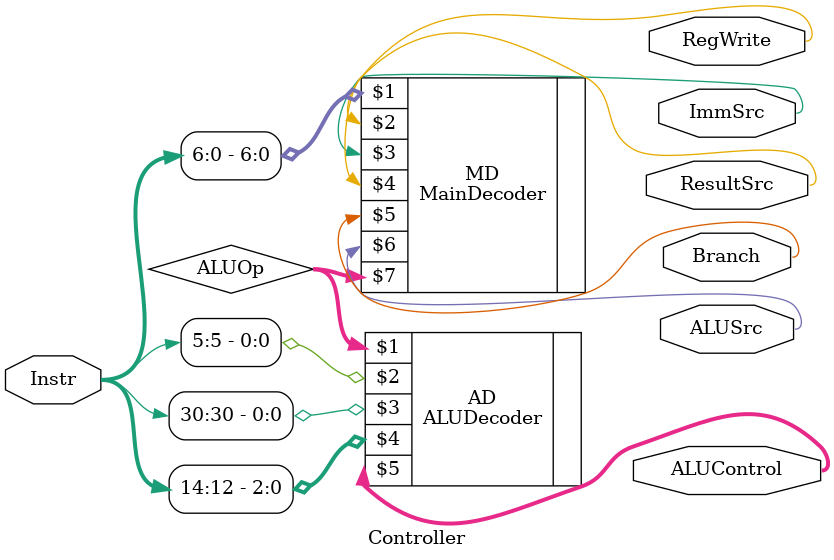
<source format=sv>
module Controller(
input logic [31:0] Instr,
output logic [2:0] ALUControl, 
output logic ResultSrc,RegWrite,ImmSrc,Branch,ALUSrc);

	logic [1:0] ALUOp;
	//Calling two modules into controller
	MainDecoder MD(Instr[6:0],RegWrite,ImmSrc,ResultSrc,Branch,ALUSrc,ALUOp);
	ALUDecoder AD(ALUOp,Instr[5],Instr[30],Instr[14:12],ALUControl);

endmodule
</source>
